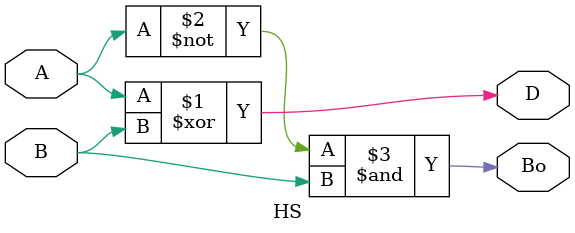
<source format=v>
`timescale 1ns / 1ps


module HS(A,B,D,Bo);
 input A,B;
 output wire D,Bo;
 
 assign D=A^B;
 assign Bo=~A&B;
endmodule

</source>
